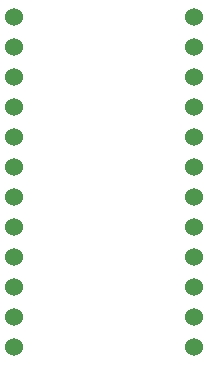
<source format=gbr>
%TF.GenerationSoftware,KiCad,Pcbnew,(5.1.9)-1*%
%TF.CreationDate,2021-03-22T03:11:48+09:00*%
%TF.ProjectId,yuiopPM,7975696f-7050-44d2-9e6b-696361645f70,1*%
%TF.SameCoordinates,Original*%
%TF.FileFunction,Soldermask,Bot*%
%TF.FilePolarity,Negative*%
%FSLAX46Y46*%
G04 Gerber Fmt 4.6, Leading zero omitted, Abs format (unit mm)*
G04 Created by KiCad (PCBNEW (5.1.9)-1) date 2021-03-22 03:11:48*
%MOMM*%
%LPD*%
G01*
G04 APERTURE LIST*
%ADD10C,1.524000*%
G04 APERTURE END LIST*
D10*
%TO.C,J3*%
X154940000Y-124460000D03*
X154940000Y-121920000D03*
X154940000Y-119380000D03*
X154940000Y-116840000D03*
X154940000Y-114300000D03*
X154940000Y-111760000D03*
X154940000Y-109220000D03*
X154940000Y-106680000D03*
X154940000Y-104140000D03*
X154940000Y-101600000D03*
X154940000Y-99060000D03*
X154940000Y-96520000D03*
%TD*%
%TO.C,J2*%
X139700000Y-124460000D03*
X139700000Y-121920000D03*
X139700000Y-119380000D03*
X139700000Y-116840000D03*
X139700000Y-114300000D03*
X139700000Y-111760000D03*
X139700000Y-109220000D03*
X139700000Y-106680000D03*
X139700000Y-104140000D03*
X139700000Y-101600000D03*
X139700000Y-99060000D03*
X139700000Y-96520000D03*
%TD*%
M02*

</source>
